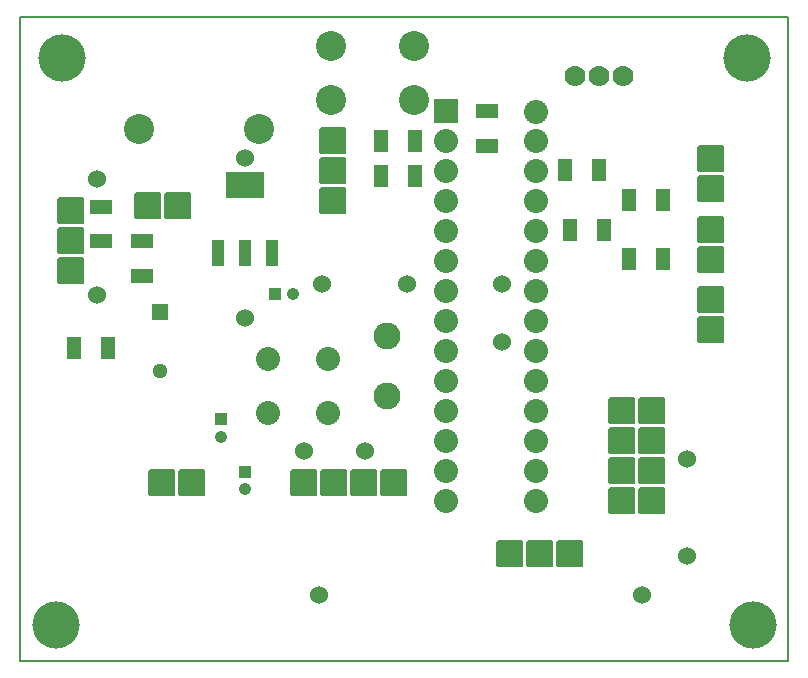
<source format=gbr>
G04 PROTEUS RS274X GERBER FILE*
%FSLAX45Y45*%
%MOMM*%
G01*
%ADD20C,1.524000*%
%AMPPAD022*
4,1,36,
-1.143000,-1.016000,
-1.143000,1.016000,
-1.140470,1.041970,
-1.133200,1.065980,
-1.121650,1.087580,
-1.106290,1.106290,
-1.087570,1.121650,
-1.065980,1.133200,
-1.041970,1.140470,
-1.016000,1.143000,
1.016000,1.143000,
1.041970,1.140470,
1.065980,1.133200,
1.087570,1.121650,
1.106290,1.106290,
1.121650,1.087580,
1.133200,1.065980,
1.140470,1.041970,
1.143000,1.016000,
1.143000,-1.016000,
1.140470,-1.041970,
1.133200,-1.065980,
1.121650,-1.087580,
1.106290,-1.106290,
1.087570,-1.121650,
1.065980,-1.133200,
1.041970,-1.140470,
1.016000,-1.143000,
-1.016000,-1.143000,
-1.041970,-1.140470,
-1.065980,-1.133200,
-1.087570,-1.121650,
-1.106290,-1.106290,
-1.121650,-1.087580,
-1.133200,-1.065980,
-1.140470,-1.041970,
-1.143000,-1.016000,
0*%
%ADD72PPAD022*%
%AMPPAD028*
4,1,4,
0.901700,-0.571500,
0.901700,0.571500,
-0.901700,0.571500,
-0.901700,-0.571500,
0.901700,-0.571500,
0*%
%ADD34PPAD028*%
%AMPPAD029*
4,1,4,
-0.571500,-0.901700,
0.571500,-0.901700,
0.571500,0.901700,
-0.571500,0.901700,
-0.571500,-0.901700,
0*%
%ADD35PPAD029*%
%AMPPAD023*
4,1,4,
0.640000,0.640000,
0.640000,-0.640000,
-0.640000,-0.640000,
-0.640000,0.640000,
0.640000,0.640000,
0*%
%ADD73PPAD023*%
%ADD15C,1.280000*%
%AMPPAD024*
4,1,4,
0.525000,0.525000,
0.525000,-0.525000,
-0.525000,-0.525000,
-0.525000,0.525000,
0.525000,0.525000,
0*%
%ADD30PPAD024*%
%ADD17C,1.050000*%
%ADD31C,2.540000*%
%AMPPAD026*
4,1,36,
-1.016000,1.143000,
1.016000,1.143000,
1.041970,1.140470,
1.065980,1.133200,
1.087580,1.121650,
1.106290,1.106290,
1.121650,1.087570,
1.133200,1.065980,
1.140470,1.041970,
1.143000,1.016000,
1.143000,-1.016000,
1.140470,-1.041970,
1.133200,-1.065980,
1.121650,-1.087570,
1.106290,-1.106290,
1.087580,-1.121650,
1.065980,-1.133200,
1.041970,-1.140470,
1.016000,-1.143000,
-1.016000,-1.143000,
-1.041970,-1.140470,
-1.065980,-1.133200,
-1.087580,-1.121650,
-1.106290,-1.106290,
-1.121650,-1.087570,
-1.133200,-1.065980,
-1.140470,-1.041970,
-1.143000,-1.016000,
-1.143000,1.016000,
-1.140470,1.041970,
-1.133200,1.065980,
-1.121650,1.087570,
-1.106290,1.106290,
-1.087580,1.121650,
-1.065980,1.133200,
-1.041970,1.140470,
-1.016000,1.143000,
0*%
%ADD32PPAD026*%
%AMPPAD030*
4,1,4,
-0.469900,-1.079500,
0.469900,-1.079500,
0.469900,1.079500,
-0.469900,1.079500,
-0.469900,-1.079500,
0*%
%ADD36PPAD030*%
%AMPPAD031*
4,1,4,
1.625600,-1.079500,
1.625600,1.079500,
-1.625600,1.079500,
-1.625600,-1.079500,
1.625600,-1.079500,
0*%
%ADD37PPAD031*%
%AMPPAD027*
4,1,36,
-0.889000,1.016000,
0.889000,1.016000,
0.914970,1.013470,
0.938980,1.006200,
0.960580,0.994650,
0.979290,0.979290,
0.994650,0.960570,
1.006200,0.938980,
1.013470,0.914970,
1.016000,0.889000,
1.016000,-0.889000,
1.013470,-0.914970,
1.006200,-0.938980,
0.994650,-0.960570,
0.979290,-0.979290,
0.960580,-0.994650,
0.938980,-1.006200,
0.914970,-1.013470,
0.889000,-1.016000,
-0.889000,-1.016000,
-0.914970,-1.013470,
-0.938980,-1.006200,
-0.960580,-0.994650,
-0.979290,-0.979290,
-0.994650,-0.960570,
-1.006200,-0.938980,
-1.013470,-0.914970,
-1.016000,-0.889000,
-1.016000,0.889000,
-1.013470,0.914970,
-1.006200,0.938980,
-0.994650,0.960570,
-0.979290,0.979290,
-0.960580,0.994650,
-0.938980,1.006200,
-0.914970,1.013470,
-0.889000,1.016000,
0*%
%ADD33PPAD027*%
%ADD71C,2.032000*%
%ADD18C,2.286000*%
%ADD70C,1.778000*%
%ADD21C,4.000000*%
%ADD22C,0.203200*%
D20*
X+2467244Y+1828775D03*
X+2983438Y+1824678D03*
X+5715247Y+1758784D03*
X+5713416Y+932873D03*
X+4151154Y+2751649D03*
X+4149318Y+3238344D03*
X+3339895Y+3238553D03*
X+2622764Y+3238553D03*
X+1972338Y+4309630D03*
X+1968104Y+2954964D03*
X+2595513Y+605062D03*
X+5330246Y+605062D03*
X+716646Y+3149198D03*
X+716646Y+4131331D03*
D72*
X+500569Y+3346000D03*
X+500569Y+3600000D03*
X+500569Y+3854000D03*
D34*
X+750569Y+3600000D03*
X+750569Y+3890000D03*
D35*
X+520569Y+2700000D03*
X+810569Y+2700000D03*
D34*
X+1100569Y+3600000D03*
X+1100569Y+3310000D03*
D73*
X+1250569Y+3000000D03*
D15*
X+1250569Y+2500000D03*
D30*
X+1765569Y+2095000D03*
D17*
X+1765569Y+1945000D03*
D31*
X+2086569Y+4550000D03*
X+1070569Y+4550000D03*
D32*
X+1266569Y+1550000D03*
X+1520569Y+1550000D03*
X+1150569Y+3900000D03*
X+1404569Y+3900000D03*
D36*
X+2200569Y+3500000D03*
X+1970569Y+3500000D03*
X+1740569Y+3500000D03*
D37*
X+1970569Y+4080000D03*
D30*
X+2225569Y+3150000D03*
D17*
X+2375569Y+3150000D03*
D30*
X+1970569Y+1650000D03*
D17*
X+1970569Y+1500000D03*
D33*
X+3670569Y+4700000D03*
D71*
X+3670569Y+4446000D03*
X+3670569Y+4192000D03*
X+3670569Y+3938000D03*
X+3670569Y+3684000D03*
X+3670569Y+3430000D03*
X+3670569Y+3176000D03*
X+3670569Y+2922000D03*
X+3670569Y+2668000D03*
X+3670569Y+2414000D03*
X+3670569Y+2160000D03*
X+3670569Y+1906000D03*
X+3670569Y+1652000D03*
X+3670569Y+1398000D03*
X+4432569Y+1398000D03*
X+4432569Y+1652000D03*
X+4432569Y+1906000D03*
X+4432569Y+2160000D03*
X+4432569Y+2414000D03*
X+4432569Y+2668000D03*
X+4432569Y+2922000D03*
X+4432569Y+3176000D03*
X+4432569Y+3430000D03*
X+4432569Y+3684000D03*
X+4432569Y+3938000D03*
X+4432569Y+4192000D03*
X+4432569Y+4446000D03*
X+4432569Y+4698000D03*
D18*
X+3170569Y+2800000D03*
X+3170569Y+2292000D03*
D71*
X+2678569Y+2600000D03*
X+2170569Y+2600000D03*
X+2670569Y+2150000D03*
X+2162569Y+2150000D03*
D34*
X+4020569Y+4700000D03*
X+4020569Y+4410000D03*
D35*
X+3120569Y+4450000D03*
X+3410569Y+4450000D03*
X+3120569Y+4150000D03*
X+3410569Y+4150000D03*
X+4970569Y+4200000D03*
X+4680569Y+4200000D03*
X+5220569Y+3450000D03*
X+5510569Y+3450000D03*
X+4720569Y+3700000D03*
X+5010569Y+3700000D03*
X+5220569Y+3950000D03*
X+5510569Y+3950000D03*
D70*
X+4767369Y+5000000D03*
X+4970569Y+5000000D03*
X+5173769Y+5000000D03*
D72*
X+5920569Y+3100000D03*
X+5920569Y+2846000D03*
X+5920569Y+3700000D03*
X+5920569Y+3446000D03*
X+5920569Y+4300000D03*
X+5920569Y+4046000D03*
X+5420569Y+1400000D03*
X+5420569Y+1654000D03*
X+5420569Y+1908000D03*
X+5420569Y+2162000D03*
X+5166569Y+2162000D03*
X+5166569Y+1908000D03*
X+5166569Y+1654000D03*
X+5166569Y+1400000D03*
X+2720569Y+4450000D03*
X+2720569Y+4196000D03*
X+2720569Y+3942000D03*
D32*
X+3232569Y+1550000D03*
X+2978569Y+1550000D03*
X+2724569Y+1550000D03*
X+2470569Y+1550000D03*
X+4720569Y+950000D03*
X+4466569Y+950000D03*
X+4212569Y+950000D03*
D21*
X+420569Y+5150000D03*
X+6220569Y+5150000D03*
X+6270569Y+350000D03*
X+370569Y+350000D03*
D31*
X+2700000Y+5250000D03*
X+3400000Y+5250000D03*
X+2700000Y+4800000D03*
X+3400000Y+4800000D03*
D22*
X+70569Y+50000D02*
X+6570569Y+50000D01*
X+6570569Y+5500000D01*
X+70569Y+5500000D01*
X+70569Y+50000D01*
M02*

</source>
